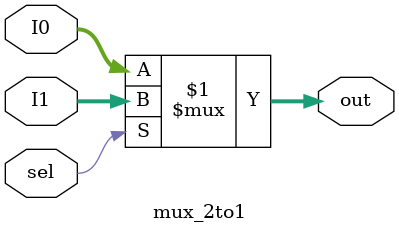
<source format=v>
`timescale 1ns / 1ps
module mux_2to1 #(parameter size = 4)
(input [size-1:0]I0,I1,
input sel,
output [size-1:0]out);

assign out = sel ? I1 : I0 ;

endmodule

</source>
